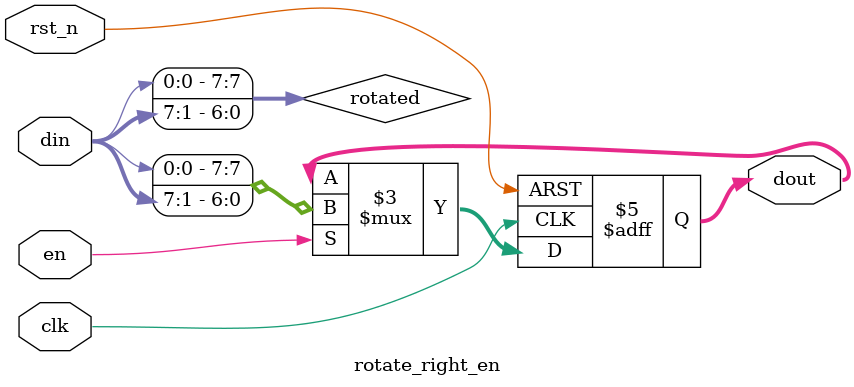
<source format=sv>
module rotate_right_en #(parameter W=8) (
    input clk,
    input en,
    input rst_n,
    input [W-1:0] din,
    output reg [W-1:0] dout
);
    wire [W-1:0] rotated;
    assign rotated = {din[0], din[W-1:1]};
    always @(posedge clk or negedge rst_n) begin
        if (!rst_n)
            dout <= {W{1'b0}};
        else if (en)
            dout <= rotated;
    end
endmodule
</source>
